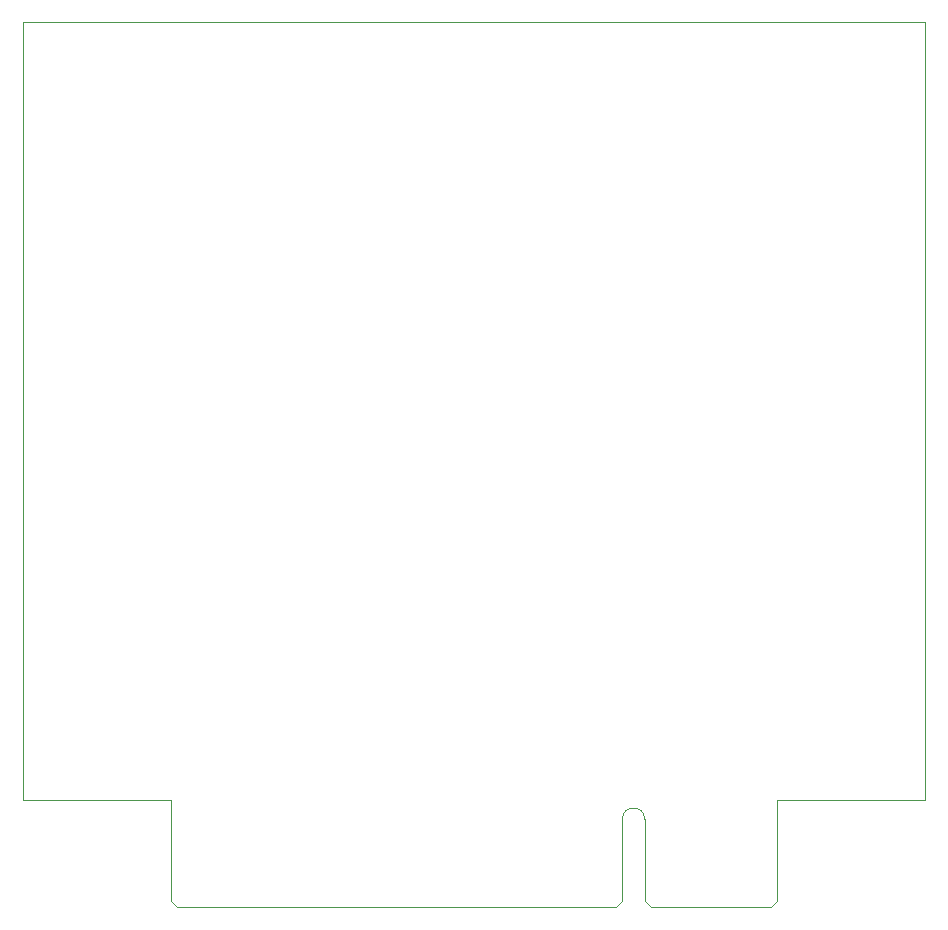
<source format=gm1>
%TF.GenerationSoftware,KiCad,Pcbnew,8.0.1*%
%TF.CreationDate,2024-04-16T19:56:43-05:00*%
%TF.ProjectId,PCB-1-2,5043422d-312d-4322-9e6b-696361645f70,rev?*%
%TF.SameCoordinates,Original*%
%TF.FileFunction,Profile,NP*%
%FSLAX46Y46*%
G04 Gerber Fmt 4.6, Leading zero omitted, Abs format (unit mm)*
G04 Created by KiCad (PCBNEW 8.0.1) date 2024-04-16 19:56:43*
%MOMM*%
%LPD*%
G01*
G04 APERTURE LIST*
%TA.AperFunction,Profile*%
%ADD10C,0.050000*%
%TD*%
%TA.AperFunction,Profile*%
%ADD11C,0.100000*%
%TD*%
G04 APERTURE END LIST*
D10*
X123650000Y-126050000D02*
X123650209Y-125398775D01*
X136200000Y-59500000D02*
X136200000Y-125400000D01*
X59800000Y-59500000D02*
X136200000Y-59500000D01*
X59800000Y-125400000D02*
X59800000Y-59500000D01*
X136200000Y-125400000D02*
X123650209Y-125398775D01*
X72350070Y-125400853D02*
X59800000Y-125400000D01*
X72350000Y-126050000D02*
X72350070Y-125400853D01*
D11*
X72350000Y-133950000D02*
X72350000Y-126050000D01*
X72850000Y-134450000D02*
X72350000Y-133950000D01*
X72850000Y-134450000D02*
X110050000Y-134450000D01*
X110050000Y-134450000D02*
X110550000Y-133950000D01*
X110550000Y-133950000D02*
X110550000Y-127000000D01*
X112450000Y-133950000D02*
X112450000Y-127000000D01*
X112950000Y-134450000D02*
X112450000Y-133950000D01*
X112950000Y-134450000D02*
X123150000Y-134450000D01*
X123150000Y-134450000D02*
X123650000Y-133950000D01*
X123650000Y-133950000D02*
X123650000Y-126050000D01*
X110550000Y-127000000D02*
G75*
G02*
X112450000Y-127000000I950000J0D01*
G01*
M02*

</source>
